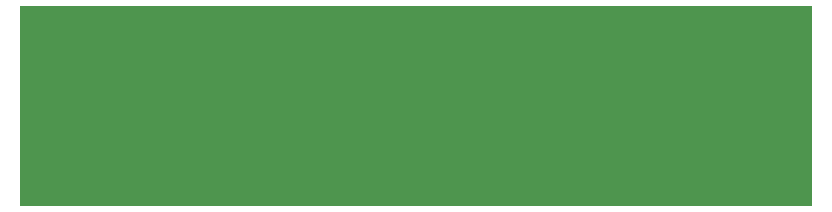
<source format=gbr>
G04 #@! TF.GenerationSoftware,KiCad,Pcbnew,(5.1.5-0-10_14)*
G04 #@! TF.CreationDate,2020-08-22T00:29:30-07:00*
G04 #@! TF.ProjectId,Separator,53657061-7261-4746-9f72-2e6b69636164,rev?*
G04 #@! TF.SameCoordinates,Original*
G04 #@! TF.FileFunction,Soldermask,Top*
G04 #@! TF.FilePolarity,Negative*
%FSLAX46Y46*%
G04 Gerber Fmt 4.6, Leading zero omitted, Abs format (unit mm)*
G04 Created by KiCad (PCBNEW (5.1.5-0-10_14)) date 2020-08-22 00:29:30*
%MOMM*%
%LPD*%
G04 APERTURE LIST*
%ADD10C,0.100000*%
G04 APERTURE END LIST*
D10*
G36*
X167000000Y-76000000D02*
G01*
X100000000Y-76000000D01*
X100000000Y-59000000D01*
X167000000Y-59000000D01*
X167000000Y-76000000D01*
G37*
M02*

</source>
